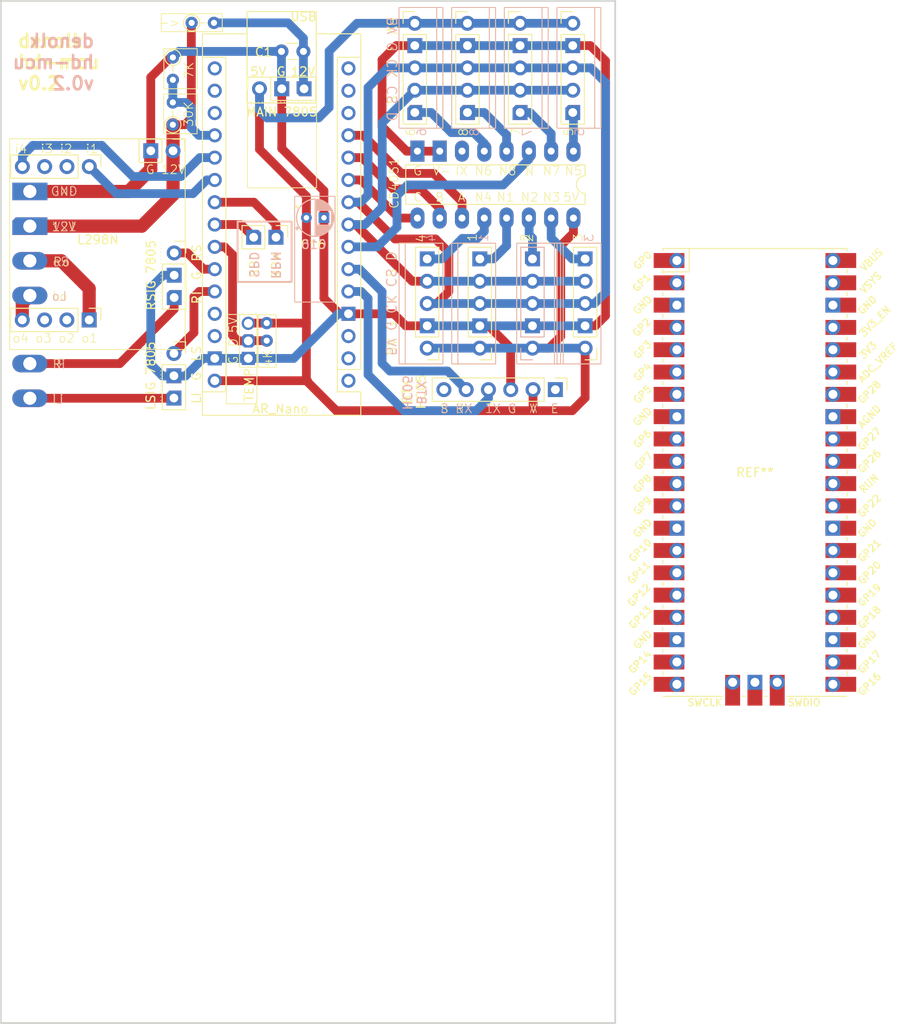
<source format=kicad_pcb>
(kicad_pcb (version 20221018) (generator pcbnew)
  (title_block (title "hd-mcu") (company "denolk"))
  (layers (0 "F.Cu" signal) (31 "B.Cu" signal) (34 "B.Paste" user) (35 "F.Paste" user) (36 "B.SilkS" user "B.Silkscreen") (37 "F.SilkS" user "F.Silkscreen") (38 "B.Mask" user) (39 "F.Mask" user) (44 "Edge.Cuts" user))
  (net 0 "")
  (net 1 "GND")
  (net 2 "12V")
  (net 3 "SIG_L_IN")
  (net 4 "SIG_L_OUT")
  (net 5 "SIG_R_IN")
  (net 6 "SIG_R_OUT")
  (net 7 "5V")
  (net 8 "D_SIG_L_IN")
  (net 9 "D_SIG_R_IN")
  (net 10 "D_SIG_R_OUT")
  (net 11 "D_SIG_L_OUT")
  (net 12 "D_MUX_A")
  (net 13 "D_MUX_B")
  (net 14 "D_MUX_C")
  (net 15 "MUX_S8")
  (net 16 "MUX_S1")
  (net 17 "MUX_S2")
  (net 18 "MUX_S3")
  (net 19 "MUX_S4")
  (net 20 "MUX_S5")
  (net 21 "MUX_S7")
  (net 22 "MUX_S6")
  (net 23 "D_BT_RX")
  (net 24 "D_BT_TX")
  (net 25 "D1")
  (net 26 "D10")
  (net 27 "D11")
  (net 28 "D_TEMP")
  (net 29 "D_VOLT")
  (net 30 "D0")
  (net 31 "D_SCK")
  (net 32 "D_CS")
  (net 33 "D_SO")
  (net 34 "D_RPM")
  (net 35 "D12")
  (net 36 "D13")
  (net 37 "D_SPD")
  (footprint "denolk:RPi_Pico_SMD_TH" (layer "F.Cu") (at 110.55 89.34)
    (fp_text reference "REF**")
    (fp_text value "RPi_Pico_SMD_TH")
  )
  (footprint "Connector_PinHeader_2.54mm:Socker_PinHeader_1x05_P2.54mm_Dualside" (layer "F.Cu") (at 71.7925 38.1975)
    (fp_text reference "6")
    (fp_text value "N6" hide)
  )
  (footprint "Connector_PinSocket_2.54mm:PinSocket_1x03_P2.54mm_Vertical" (layer "F.Cu") (at 54.095 45.655 90)
    (fp_text reference "MAIN 7805")
    (fp_text value "PinSocket_1x03_P2.54mm_Vertical" hide)
  )
  (footprint "Resistor_THT:R_Axial_DIN0204_L3.6mm_D1.6mm_P2.54mm_Vertical" (layer "F.Cu") (at 44.22 49.75 90)
    (fp_text reference "30K")
    (fp_text value "R_Axial_DIN0204_L3.6mm_D1.6mm_P2.54mm_Vertical" hide)
  )
  (footprint "Connector_PinHeader_2.54mm:Socker_PinHeader_1x05_P2.54mm_Dualside" (layer "F.Cu") (at 79.2025 75.1875 180)
    (fp_text reference "1")
    (fp_text value "N1" hide)
  )
  (footprint "Connector_PinHeader_2.54mm:Socker_PinHeader_1x05_P2.54mm_Dualside" (layer "F.Cu") (at 83.7925 38.1975)
    (fp_text reference "7")
    (fp_text value "N7" hide)
  )
  (footprint "Connector_PinSocket_2.54mm:PinSocket_1x03_P2.54mm_Vertical" (layer "F.Cu") (at 44.375 64.345)
    (fp_text reference "RSIG 7805")
    (fp_text value "PinSocket_1x03_P2.54mm_Vertical" hide)
  )
  (footprint "Connector_PinSocket_2.54mm:PinSocket_1x03_P2.54mm_Vertical" (layer "F.Cu") (at 44.345 75.795)
    (fp_text reference "LSIG 7805")
    (fp_text value "PinSocket_1x03_P2.54mm_Vertical" hide)
  )
  (footprint "denolk:TSI Dallas Temp" (layer "F.Cu") (at 53.82 71.36 90)
    (fp_text reference "REF**" hide)
    (fp_text value "TEMP")
  )
  (footprint "" (layer "F.Cu") (at 27.9275 69.195 90)
    (fp_text reference "")
    (fp_text value "")
  )
  (footprint "Connector_PinHeader_2.54mm:Socker_PinHeader_1x05_P2.54mm_Dualside" (layer "F.Cu") (at 77.7925 38.1975)
    (fp_text reference "8")
    (fp_text value "N8" hide)
  )
  (footprint "" (layer "F.Cu") (at 27.9275 61.295)
    (fp_text reference "")
    (fp_text value "")
  )
  (footprint "" (layer "F.Cu") (at 27.9275 76.945 180)
    (fp_text reference "")
    (fp_text value "")
  )
  (footprint "" (layer "F.Cu") (at 27.9275 80.895 180)
    (fp_text reference "")
    (fp_text value "")
  )
  (footprint "" (layer "F.Cu") (at 27.9275 57.345)
    (fp_text reference "")
    (fp_text value "")
  )
  (footprint "Resistor_THT:R_Axial_DIN0204_L3.6mm_D1.6mm_P2.54mm_Vertical" (layer "F.Cu") (at 54.92 74.335 90)
    (fp_text reference "4K")
    (fp_text value "R_Axial_DIN0204_L3.6mm_D1.6mm_P2.54mm_Vertical" hide)
  )
  (footprint "Connector_PinHeader_2.54mm:Socker_PinHeader_1x05_P2.54mm_Dualside" (layer "F.Cu") (at 91.2025 75.1875 180)
    (fp_text reference "3")
    (fp_text value "N4" hide)
  )
  (footprint "Capacitor_THT:CP_Radial_D4.0mm_P2.00mm" (layer "F.Cu") (at 59.439604 60.34)
    (fp_text reference "REF**" hide)
    (fp_text value "C16")
  )
  (footprint "Resistor_THT:R_Axial_DIN0204_L3.6mm_D1.6mm_P2.54mm_Vertical" (layer "F.Cu") (at 44.225 42.0925 -90)
    (fp_text reference "7K")
    (fp_text value "R_Axial_DIN0204_L3.6mm_D1.6mm_P2.54mm_Vertical" hide)
  )
  (footprint "Connector_PinHeader_2.54mm:PinHeader_1x02_P2.54mm_Vertical" (layer "F.Cu") (at 55.975 62.56 -90)
    (fp_text reference "REF**" hide)
    (fp_text value "PinHeader_1x02_P2.54mm_Vertical" hide)
  )
  (footprint "denolk:L298N Motor driver board" (layer "F.Cu") (at 35.6775 61.845)
    (fp_text reference "REF**" hide)
    (fp_text value "L298N")
  )
  (footprint "clipboard:025a530c-414d-4610-914f-198754de7740" (layer "F.Cu") (at 73.7775 81.2425)
    (fp_text reference "")
    (fp_text value "")
  )
  (footprint "Connector_PinHeader_2.54mm:Socker_PinHeader_1x05_P2.54mm_Dualside" (layer "F.Cu") (at 89.7925 38.1975)
    (fp_text reference "5")
    (fp_text value "N4" hide)
  )
  (footprint "Package_DIP:DIP-16_W7.62mm_LongPads" (layer "F.Cu") (at 89.87 52.8075 -90)
    (fp_text reference "CD4051")
    (fp_text value "CD4051" hide)
  )
  (footprint "Module:Arduino_Nano" (layer "F.Cu") (at 64.2375 78.895 180)
    (fp_text reference "REF**" hide)
    (fp_text value "AR_Nano")
  )
  (footprint "Resistor_THT:R_Axial_DIN0204_L3.6mm_D1.6mm_P2.54mm_Vertical" (layer "F.Cu") (at 46.365 38.1475)
    (fp_text reference "->")
    (fp_text value "R_Axial_DIN0204_L3.6mm_D1.6mm_P2.54mm_Vertical" hide)
  )
  (footprint "" (layer "F.Cu") (at 27.9275 65.245 180)
    (fp_text reference "")
    (fp_text value "")
  )
  (footprint "Capacitor_THT:C_Disc_D3.0mm_W1.6mm_P2.50mm" (layer "F.Cu") (at 56.6 41.4)
    (fp_text reference "REF**" hide)
    (fp_text value "C1")
  )
  (footprint "Connector_PinHeader_2.54mm:Socker_PinHeader_1x05_P2.54mm_Dualside" (layer "F.Cu") (at 73.2025 75.1875 180)
    (fp_text reference "4")
    (fp_text value "N4" hide)
  )
  (footprint "Capacitor_THT:CP_Radial_D4.0mm_P2.00mm" (layer "B.Cu") (at 59.439604 60.34)
    (fp_text reference "REF**" hide)
    (fp_text value "C16")
  )
  (footprint "Connector_PinHeader_2.54mm:Socker_PinHeader_1x05_P2.54mm_Dualside" (layer "B.Cu") (at 85.2025 75.1875)
    (fp_text reference "2")
    (fp_text value "N4" hide)
  )
  (gr_rect (start 51.59 60.78) (end 57.75 67.6454) (stroke (width 0.2)) (fill none) (layer "B.SilkS"))
  (gr_rect (start 58.099604 57.9) (end 62.699604 69.94) (stroke (width 0.1)) (fill none) (layer "B.SilkS"))
  (gr_rect (start 42.91 37.11) (end 49.85 39.15) (stroke (width 0.1)) (fill none) (layer "F.SilkS"))
  (gr_rect (start 50.3225 71.355) (end 53.8025 81.525) (stroke (width 0.1)) (fill none) (layer "F.SilkS"))
  (gr_rect (start 53.9425 71.3796) (end 55.9925 77.365) (stroke (width 0.1)) (fill none) (layer "F.SilkS"))
  (gr_rect (start 43.18 46.25) (end 46.99 50.77) (stroke (width 0.1)) (fill none) (layer "F.SilkS"))
  (gr_rect (start 43.2 41.09) (end 47 45.65) (stroke (width 0.1)) (fill none) (layer "F.SilkS"))
  (gr_rect (start 51.62 60.76) (end 57.78 67.64) (stroke (width 0.2)) (fill none) (layer "F.SilkS"))
  (gr_rect (start 52.72 44.32) (end 60.59 56.93) (stroke (width 0.1)) (fill none) (layer "F.SilkS"))
  (gr_rect (start 58.099604 57.9) (end 62.699604 69.94) (stroke (width 0.1)) (fill none) (layer "F.SilkS"))
  (gr_rect (start 24.6275 35.645) (end 94.6275 152.035) (stroke (width 0.2)) (fill none) (layer "Edge.Cuts"))
  (gr_text "12V" (at 30.46 61.36) (layer "B.SilkS") (effects (font (size 1 1) (thickness 0.1)) (justify right mirror)))
  (gr_text "5V G CK CS D" (at 68.42 76.14 -90) (layer "B.SilkS") (effects (font (size 1.1 1.1) (thickness 0.12)) (justify left bottom mirror)))
  (gr_text "SPD" (at 53.46 65.68 -90) (layer "B.SilkS") (effects (font (size 1 1)) (justify mirror)))
  (gr_text "Li" (at 31.81 81) (layer "B.SilkS") (effects (font (size 1 1) (thickness 0.1)) (justify left mirror)))
  (gr_text "Ri" (at 32.04 77) (layer "B.SilkS") (effects (font (size 1 1) (thickness 0.1)) (justify left mirror)))
  (gr_text "denolk\nhd-mcu\nv0.2" (at 35.42 45.92) (layer "B.SilkS") (effects (font (size 1.5 1.5) (thickness 0.3) bold) (justify left bottom mirror)))
  (gr_text "Ro" (at 30.45 65.35) (layer "B.SilkS") (effects (font (size 1 1) (thickness 0.1)) (justify right mirror)))
  (gr_text "GND" (at 30.26 57.33) (layer "B.SilkS") (effects (font (size 1 1) (thickness 0.1)) (justify right mirror)))
  (gr_text "S RX  TX G  V  E" (at 74.63 81.98 180) (layer "B.SilkS") (effects (font (size 1 1) (thickness 0.1)) (justify left mirror)))
  (gr_text "BTX\nHC05" (at 70.33 80.26 -90) (layer "B.SilkS") (effects (font (size 1 1)) (justify bottom mirror)))
  (gr_text "RPM" (at 55.92 65.72 -90) (layer "B.SilkS") (effects (font (size 1 1)) (justify mirror)))
  (gr_text "Lo" (at 30.37 69.28) (layer "B.SilkS") (effects (font (size 1 1) (thickness 0.1)) (justify right mirror)))
  (gr_text "5V G CK CS D" (at 69.89 37.39 90) (layer "B.SilkS") (effects (font (size 1.1 1.1) (thickness 0.12)) (justify left bottom mirror)))
  (gr_text "Ri" (at 30.4525 77.0025) (layer "F.SilkS") (effects (font (size 1 1) (thickness 0.1)) (justify left)))
  (gr_text "GND" (at 33.4225 57.3325) (layer "F.SilkS") (effects (font (size 1 1) (thickness 0.1)) (justify right)))
  (gr_text "8" (at 77.3425 50.5975 90) (layer "F.SilkS") (effects (font (size 1 1) (thickness 0.1))))
  (gr_text "1" (at 78.3425 62.5975 90) (layer "F.SilkS") (effects (font (size 1 1) (thickness 0.1))))
  (gr_text "Li" (at 30.4225 81.0025) (layer "F.SilkS") (effects (font (size 1 1) (thickness 0.1)) (justify left)))
  (gr_text "Ro" (at 32.5525 65.3725) (layer "F.SilkS") (effects (font (size 1 1) (thickness 0.1)) (justify right)))
  (gr_text "2" (at 84.3825 62.6175 90) (layer "F.SilkS") (effects (font (size 1 1) (thickness 0.1))))
  (gr_text "12V" (at 33.2525 61.3625) (layer "F.SilkS") (effects (font (size 1 1) (thickness 0.1)) (justify right)))
  (gr_text "BTX\nHC05" (at 73.09 80.16 90) (layer "F.SilkS") (effects (font (size 1 1)) (justify bottom)))
  (gr_text "Lo" (at 32.2725 69.2825) (layer "F.SilkS") (effects (font (size 1 1) (thickness 0.1)) (justify right)))
  (gr_text "6" (at 71.3425 50.5975 90) (layer "F.SilkS") (effects (font (size 1 1) (thickness 0.1))))
  (gr_text "denolk\nhd-mcu\nv0.2" (at 26.42 45.92) (layer "F.SilkS") (effects (font (size 1.5 1.5) (thickness 0.3) bold) (justify left bottom)))
  (gr_text "5" (at 89.3425 50.5975 90) (layer "F.SilkS") (effects (font (size 1 1) (thickness 0.1))))
  (gr_text "5V G CK CS D" (at 69.82 76.11 90) (layer "F.SilkS") (effects (font (size 1.1 1.1) (thickness 0.12)) (justify left bottom)))
  (gr_text "3" (at 90.4025 62.5975 90) (layer "F.SilkS") (effects (font (size 1 1) (thickness 0.1))))
  (gr_text "7" (at 83.3425 50.5975 90) (layer "F.SilkS") (effects (font (size 1 1) (thickness 0.1))))
  (gr_text "4" (at 72.5225 62.6975 90) (layer "F.SilkS") (effects (font (size 1 1) (thickness 0.1))))
  (gr_text "5V G CK CS D" (at 68.49 37.39 -90) (layer "F.SilkS") (effects (font (size 1.1 1.1) (thickness 0.12)) (justify left bottom)))
  (segment (start 70.7675 72.6475) (end 69.395 71.275) (width 1) (layer "F.Cu") (net 1))
  (segment (start 27.9275 57.345) (end 39.1775 57.345) (width 1.5) (layer "F.Cu") (net 1))
  (segment (start 68.0625 49.9575) (end 68.0625 42.3575) (width 1) (layer "F.Cu") (net 1))
  (segment (start 82.715 75.16) (end 80.2025 72.6475) (width 1) (layer "F.Cu") (net 1))
  (segment (start 61.439604 69.509604) (end 63.205 71.275) (width 1) (layer "F.Cu") (net 1))
  (segment (start 69.6825 40.7375) (end 71.7925 40.7375) (width 1) (layer "F.Cu") (net 1))
  (segment (start 92.3725 72.6475) (end 93.525 71.495) (width 1) (layer "F.Cu") (net 1))
  (segment (start 72.09 52.7575) (end 70.8625 52.7575) (width 1) (layer "F.Cu") (net 1))
  (segment (start 61.439604 57.259604) (end 61.439604 60.34) (width 1) (layer "F.Cu") (net 1))
  (segment (start 41.7075 44.3425) (end 43.9575 42.0925) (width 1) (layer "F.Cu") (net 1))
  (segment (start 41.7075 52.715) (end 41.7075 44.3425) (width 1) (layer "F.Cu") (net 1))
  (segment (start 91.7925 40.7375) (end 89.7925 40.7375) (width 1) (layer "F.Cu") (net 1))
  (segment (start 74.63 52.7575) (end 72.09 52.7575) (width 1) (layer "F.Cu") (net 1))
  (segment (start 91.2025 72.6475) (end 92.3725 72.6475) (width 1) (layer "F.Cu") (net 1))
  (segment (start 70.8625 52.7575) (end 68.0625 49.9575) (width 1) (layer "F.Cu") (net 1))
  (segment (start 93.525 71.495) (end 93.525 42.47) (width 1) (layer "F.Cu") (net 1))
  (segment (start 68.0625 42.3575) (end 69.6825 40.7375) (width 1) (layer "F.Cu") (net 1))
  (segment (start 63.205 71.275) (end 64.2375 71.275) (width 1) (layer "F.Cu") (net 1))
  (segment (start 61.439604 60.34) (end 61.439604 69.509604) (width 1) (layer "F.Cu") (net 1))
  (segment (start 80.2025 72.6475) (end 79.2025 72.6475) (width 1) (layer "F.Cu") (net 1))
  (segment (start 82.7275 79.9125) (end 82.715 79.9) (width 1) (layer "F.Cu") (net 1))
  (segment (start 56.635 45.655) (end 56.635 52.455) (width 1) (layer "F.Cu") (net 1))
  (segment (start 39.1775 57.345) (end 41.7075 54.815) (width 1.5) (layer "F.Cu") (net 1))
  (segment (start 56.635 52.455) (end 61.439604 57.259604) (width 1) (layer "F.Cu") (net 1))
  (segment (start 43.9575 42.0925) (end 44.225 42.0925) (width 1) (layer "F.Cu") (net 1))
  (segment (start 93.525 42.47) (end 91.7925 40.7375) (width 1) (layer "F.Cu") (net 1))
  (segment (start 73.2025 72.6475) (end 70.7675 72.6475) (width 1) (layer "F.Cu") (net 1))
  (segment (start 82.715 79.9) (end 82.715 75.16) (width 1) (layer "F.Cu") (net 1))
  (segment (start 69.395 71.275) (end 64.2375 71.275) (width 1) (layer "F.Cu") (net 1))
  (segment (start 41.7075 54.815) (end 41.7075 52.715) (width 1.5) (layer "F.Cu") (net 1))
  (segment (start 44.9375 41.4) (end 56.6 41.4) (width 1) (layer "B.Cu") (net 1))
  (segment (start 44.375 66.885) (end 43.125 66.885) (width 1) (layer "B.Cu") (net 1))
  (segment (start 43.0425 78.36) (end 45.6625 78.36) (width 1) (layer "B.Cu") (net 1))
  (segment (start 57.99 76.36) (end 63.075 71.275) (width 1) (layer "B.Cu") (net 1))
  (segment (start 63.075 71.275) (end 64.2375 71.275) (width 1) (layer "B.Cu") (net 1))
  (segment (start 41.7075 77.025) (end 43.0425 78.36) (width 1) (layer "B.Cu") (net 1))
  (segment (start 41.7075 68.3025) (end 41.7075 77.025) (width 1) (layer "B.Cu") (net 1))
  (segment (start 45.6625 78.36) (end 47.6675 76.355) (width 1) (layer "B.Cu") (net 1))
  (segment (start 52.82 76.36) (end 57.99 76.36) (width 1) (layer "B.Cu") (net 1))
  (segment (start 47.6675 76.355) (end 48.9975 76.355) (width 1) (layer "B.Cu") (net 1))
  (segment (start 73.2025 72.6475) (end 91.2025 72.6475) (width 1) (layer "B.Cu") (net 1))
  (segment (start 43.125 66.885) (end 41.7075 68.3025) (width 1) (layer "B.Cu") (net 1))
  (segment (start 44.9275 41.39) (end 44.9375 41.4) (width 1) (layer "B.Cu") (net 1))
  (segment (start 52.815 76.355) (end 52.82 76.36) (width 1) (layer "B.Cu") (net 1))
  (segment (start 48.9975 76.355) (end 52.815 76.355) (width 1) (layer "B.Cu") (net 1))
  (segment (start 56.6 41.4) (end 56.6 45.62) (width 1) (layer "B.Cu") (net 1))
  (segment (start 44.9275 41.39) (end 44.225 42.0925) (width 1) (layer "B.Cu") (net 1))
  (segment (start 89.7925 40.7375) (end 71.7925 40.7375) (width 1) (layer "B.Cu") (net 1))
  (segment (start 56.6 45.62) (end 56.635 45.655) (width 1) (layer "B.Cu") (net 1))
  (segment (start 44.2475 57.7325) (end 44.2475 52.715) (width 1.5) (layer "F.Cu") (net 2))
  (segment (start 44.22 49.75) (end 45.58 49.75) (width 1) (layer "F.Cu") (net 2))
  (segment (start 59.19 45.64) (end 59.175 45.655) (width 1) (layer "F.Cu") (net 2))
  (segment (start 44.2475 52.715) (end 44.2475 49.7775) (width 1.5) (layer "F.Cu") (net 2))
  (segment (start 46.33 38.1825) (end 46.365 38.1475) (width 1) (layer "F.Cu") (net 2))
  (segment (start 59.1 45.58) (end 59.175 45.655) (width 1) (layer "F.Cu") (net 2))
  (segment (start 27.9275 61.295) (end 40.685 61.295) (width 1.5) (layer "F.Cu") (net 2))
  (segment (start 44.2475 49.7775) (end 44.22 49.75) (width 1.5) (layer "F.Cu") (net 2))
  (segment (start 46.33 49) (end 46.33 38.1825) (width 1) (layer "F.Cu") (net 2))
  (segment (start 40.685 61.295) (end 44.2475 57.7325) (width 1.5) (layer "F.Cu") (net 2))
  (segment (start 45.58 49.75) (end 46.33 49) (width 1) (layer "F.Cu") (net 2))
  (segment (start 48.905 38.1475) (end 57.3475 38.1475) (width 1) (layer "B.Cu") (net 2))
  (segment (start 59.1 45.58) (end 59.175 45.655) (width 1) (layer "B.Cu") (net 2))
  (segment (start 59.1 39.9) (end 59.1 41.4) (width 1) (layer "B.Cu") (net 2))
  (segment (start 59.1 41.4) (end 59.1 45.58) (width 1) (layer "B.Cu") (net 2))
  (segment (start 57.3475 38.1475) (end 59.1 39.9) (width 1) (layer "B.Cu") (net 2))
  (segment (start 44.2225 80.895) (end 44.2275 80.9) (width 1) (layer "F.Cu") (net 3))
  (segment (start 27.9275 80.895) (end 44.2225 80.895) (width 1) (layer "F.Cu") (net 3))
  (segment (start 27.0675 70.055) (end 27.9275 69.195) (width 1.5) (layer "F.Cu") (net 4))
  (segment (start 27.0675 71.975) (end 27.0675 70.055) (width 1.5) (layer "F.Cu") (net 4))
  (segment (start 44.375 70.745) (end 44.375 69.425) (width 1) (layer "F.Cu") (net 5))
  (segment (start 38.175 76.945) (end 44.375 70.745) (width 1) (layer "F.Cu") (net 5))
  (segment (start 27.9275 76.945) (end 38.175 76.945) (width 1) (layer "F.Cu") (net 5))
  (segment (start 34.6875 71.975) (end 34.6875 68.405) (width 1.5) (layer "F.Cu") (net 6))
  (segment (start 34.6875 68.405) (end 31.5275 65.245) (width 1.5) (layer "F.Cu") (net 6))
  (segment (start 31.5275 65.245) (end 27.9275 65.245) (width 1.5) (layer "F.Cu") (net 6))
  (segment (start 59.439604 60.34) (end 59.439604 57.889604) (width 1) (layer "F.Cu") (net 7))
  (segment (start 91.2025 80.8475) (end 89.7425 82.3075) (width 1) (layer "F.Cu") (net 7))
  (segment (start 59.439604 72.37) (end 59.439604 78.774604) (width 1) (layer "F.Cu") (net 7))
  (segment (start 54.92 72.335) (end 52.845 72.335) (width 1) (layer "F.Cu") (net 7))
  (segment (start 89.87 62.075) (end 89.87 60.3775) (width 1) (layer "F.Cu") (net 7))
  (segment (start 59.439604 57.889604) (end 54.095 52.545) (width 1) (layer "F.Cu") (net 7))
  (segment (start 88.42 73.855) (end 88.42 63.525) (width 1) (layer "F.Cu") (net 7))
  (segment (start 59.404604 72.335) (end 59.439604 72.37) (width 1) (layer "F.Cu") (net 7))
  (segment (start 62.8475 82.3075) (end 59.56 79.02) (width 1) (layer "F.Cu") (net 7))
  (segment (start 52.845 72.335) (end 52.82 72.36) (width 1) (layer "F.Cu") (net 7))
  (segment (start 59.439604 60.34) (end 59.439604 72.37) (width 1) (layer "F.Cu") (net 7))
  (segment (start 89.87 60.3775) (end 89.905 60.4125) (width 1) (layer "F.Cu") (net 7))
  (segment (start 85.255 75.24) (end 85.2025 75.1875) (width 1) (layer "F.Cu") (net 7))
  (segment (start 59.439604 78.774604) (end 59.56 78.895) (width 1) (layer "F.Cu") (net 7))
  (segment (start 85.2025 75.1875) (end 87.0875 75.1875) (width 1) (layer "F.Cu") (net 7))
  (segment (start 54.095 52.545) (end 54.095 45.655) (width 1) (layer "F.Cu") (net 7))
  (segment (start 85.3275 82.3075) (end 62.8475 82.3075) (width 1) (layer "F.Cu") (net 7))
  (segment (start 89.7425 82.3075) (end 85.3275 82.3075) (width 1) (layer "F.Cu") (net 7))
  (segment (start 91.2025 75.1875) (end 91.2025 80.8475) (width 1) (layer "F.Cu") (net 7))
  (segment (start 85.2675 79.9125) (end 85.255 79.9) (width 1) (layer "F.Cu") (net 7))
  (segment (start 54.92 72.335) (end 59.404604 72.335) (width 1) (layer "F.Cu") (net 7))
  (segment (start 87.0875 75.1875) (end 88.42 73.855) (width 1) (layer "F.Cu") (net 7))
  (segment (start 85.2675 79.9125) (end 85.2675 82.2475) (width 1) (layer "F.Cu") (net 7))
  (segment (start 88.42 63.525) (end 89.87 62.075) (width 1) (layer "F.Cu") (net 7))
  (segment (start 59.56 78.895) (end 48.9975 78.895) (width 1) (layer "F.Cu") (net 7))
  (segment (start 89.7925 38.1975) (end 65.2025 38.1975) (width 1) (layer "B.Cu") (net 7))
  (segment (start 54.95 48.97) (end 54.095 48.115) (width 1) (layer "B.Cu") (net 7))
  (segment (start 54.095 48.115) (end 54.095 45.655) (width 1) (layer "B.Cu") (net 7))
  (segment (start 62.03 47.78) (end 60.84 48.97) (width 1) (layer "B.Cu") (net 7))
  (segment (start 65.2025 38.1975) (end 62.03 41.37) (width 1) (layer "B.Cu") (net 7))
  (segment (start 73.2025 75.1875) (end 91.2025 75.1875) (width 1) (layer "B.Cu") (net 7))
  (segment (start 62.03 41.37) (end 62.03 47.78) (width 1) (layer "B.Cu") (net 7))
  (segment (start 60.84 48.97) (end 54.95 48.97) (width 1) (layer "B.Cu") (net 7))
  (segment (start 47.2375 68.735) (end 48.9975 68.735) (width 1) (layer "F.Cu") (net 8))
  (segment (start 46.6275 69.345) (end 47.2375 68.735) (width 1) (layer "F.Cu") (net 8))
  (segment (start 46.6275 73.42) (end 46.6275 69.345) (width 1) (layer "F.Cu") (net 8))
  (segment (start 44.2275 75.82) (end 46.6275 73.42) (width 1) (layer "F.Cu") (net 8))
  (segment (start 47.735 66.195) (end 45.885 64.345) (width 1) (layer "F.Cu") (net 9))
  (segment (start 48.9975 66.195) (end 47.735 66.195) (width 1) (layer "F.Cu") (net 9))
  (segment (start 48.9725 66.22) (end 48.9975 66.195) (width 1) (layer "F.Cu") (net 9))
  (segment (start 45.885 64.345) (end 44.375 64.345) (width 1) (layer "F.Cu") (net 9))
  (segment (start 46.52 57.59) (end 48.075 56.035) (width 1) (layer "B.Cu") (net 10))
  (segment (start 34.6975 54.515) (end 37.7725 57.59) (width 1) (layer "B.Cu") (net 10))
  (segment (start 48.075 56.035) (end 48.9975 56.035) (width 1) (layer "B.Cu") (net 10))
  (segment (start 37.7725 57.59) (end 46.52 57.59) (width 1) (layer "B.Cu") (net 10))
  (segment (start 27.0775 53.2925) (end 27.0775 54.515) (width 1) (layer "B.Cu") (net 11))
  (segment (start 28.27 52.1) (end 27.0775 53.2925) (width 1) (layer "B.Cu") (net 11))
  (segment (start 47.295 53.495) (end 45.15 55.64) (width 1) (layer "B.Cu") (net 11))
  (segment (start 45.15 55.64) (end 39.66 55.64) (width 1) (layer "B.Cu") (net 11))
  (segment (start 39.66 55.64) (end 36.12 52.1) (width 1) (layer "B.Cu") (net 11))
  (segment (start 36.12 52.1) (end 28.27 52.1) (width 1) (layer "B.Cu") (net 11))
  (segment (start 48.9975 53.495) (end 47.295 53.495) (width 1) (layer "B.Cu") (net 11))
  (segment (start 65.9125 50.955) (end 64.2375 50.955) (width 1) (layer "F.Cu") (net 12))
  (segment (start 77.17 58.5075) (end 73.9525 55.29) (width 1) (layer "F.Cu") (net 12))
  (segment (start 77.17 60.3775) (end 77.17 58.5075) (width 1) (layer "F.Cu") (net 12))
  (segment (start 70.2475 55.29) (end 65.9125 50.955) (width 1) (layer "F.Cu") (net 12))
  (segment (start 73.9525 55.29) (end 70.2475 55.29) (width 1) (layer "F.Cu") (net 12))
  (segment (start 65.775 53.495) (end 64.2375 53.495) (width 1) (layer "F.Cu") (net 13))
  (segment (start 74.63 59.2675) (end 72.4225 57.06) (width 1) (layer "F.Cu") (net 13))
  (segment (start 69.34 57.06) (end 65.775 53.495) (width 1) (layer "F.Cu") (net 13))
  (segment (start 72.4225 57.06) (end 69.34 57.06) (width 1) (layer "F.Cu") (net 13))
  (segment (start 74.63 60.3775) (end 74.63 59.2675) (width 1) (layer "F.Cu") (net 13))
  (segment (start 72.09 60.3775) (end 69.9875 60.3775) (width 1) (layer "F.Cu") (net 14))
  (segment (start 69.9875 60.3775) (end 65.645 56.035) (width 1) (layer "F.Cu") (net 14))
  (segment (start 65.645 56.035) (end 64.2375 56.035) (width 1) (layer "F.Cu") (net 14))
  (segment (start 82.25 50.905) (end 79.7025 48.3575) (width 1) (layer "B.Cu") (net 15))
  (segment (start 82.25 52.7575) (end 82.25 50.905) (width 1) (layer "B.Cu") (net 15))
  (segment (start 79.7025 48.3575) (end 77.7925 48.3575) (width 1) (layer "B.Cu") (net 15))
  (segment (start 82.25 63.535) (end 82.25 60.3775) (width 1) (layer "B.Cu") (net 16))
  (segment (start 79.2025 65.0275) (end 80.7575 65.0275) (width 1) (layer "B.Cu") (net 16))
  (segment (start 80.7575 65.0275) (end 82.25 63.535) (width 1) (layer "B.Cu") (net 16))
  (segment (start 84.82 62.275) (end 84.82 60.4075) (width 1) (layer "B.Cu") (net 17))
  (segment (start 84.82 60.4075) (end 84.79 60.3775) (width 1) (layer "B.Cu") (net 17))
  (segment (start 85.2025 62.6575) (end 84.82 62.275) (width 1) (layer "B.Cu") (net 17))
  (segment (start 85.2025 65.0275) (end 85.2025 62.6575) (width 1) (layer "B.Cu") (net 17))
  (segment (start 89.7225 65.0275) (end 87.33 62.635) (width 1) (layer "B.Cu") (net 18))
  (segment (start 87.33 62.635) (end 87.33 60.3775) (width 1) (layer "B.Cu") (net 18))
  (segment (start 91.2025 65.0275) (end 89.7225 65.0275) (width 1) (layer "B.Cu") (net 18))
  (segment (start 79.71 61.885) (end 79.71 60.3775) (width 1) (layer "B.Cu") (net 19))
  (segment (start 79.71 60.3775) (end 79.67 60.4175) (width 1) (layer "B.Cu") (net 19))
  (segment (start 73.2025 65.0275) (end 74.8675 65.0275) (width 1) (layer "B.Cu") (net 19))
  (segment (start 78.9 62.695) (end 79.71 61.885) (width 1) (layer "B.Cu") (net 19))
  (segment (start 74.8675 65.0275) (end 77.2 62.695) (width 1) (layer "B.Cu") (net 19))
  (segment (start 77.2 62.695) (end 78.9 62.695) (width 1) (layer "B.Cu") (net 19))
  (segment (start 89.87 52.7575) (end 89.87 48.435) (width 1) (layer "B.Cu") (net 20))
  (segment (start 89.87 48.435) (end 89.7925 48.3575) (width 1) (layer "B.Cu") (net 20))
  (segment (start 87.33 52.7575) (end 87.33 50.765) (width 1) (layer "B.Cu") (net 21))
  (segment (start 87.33 50.765) (end 84.9225 48.3575) (width 1) (layer "B.Cu") (net 21))
  (segment (start 84.9225 48.3575) (end 83.7925 48.3575) (width 1) (layer "B.Cu") (net 21))
  (segment (start 75.95 50.645) (end 78.49 50.645) (width 1) (layer "B.Cu") (net 22))
  (segment (start 71.7925 48.3575) (end 73.6625 48.3575) (width 1) (layer "B.Cu") (net 22))
  (segment (start 78.49 50.645) (end 79.71 51.865) (width 1) (layer "B.Cu") (net 22))
  (segment (start 79.71 51.865) (end 79.71 52.7575) (width 1) (layer "B.Cu") (net 22))
  (segment (start 73.6625 48.3575) (end 75.95 50.645) (width 1) (layer "B.Cu") (net 22))
  (segment (start 80.1875 80.9025) (end 80.1875 79.9125) (width 1) (layer "B.Cu") (net 23))
  (segment (start 66.465 69.525) (end 66.465 78.2075) (width 1) (layer "B.Cu") (net 23))
  (segment (start 66.465 78.2075) (end 70.57 82.3125) (width 1) (layer "B.Cu") (net 23))
  (segment (start 70.57 82.3125) (end 78.7775 82.3125) (width 1) (layer "B.Cu") (net 23))
  (segment (start 65.675 68.735) (end 66.465 69.525) (width 1) (layer "B.Cu") (net 23))
  (segment (start 78.7775 82.3125) (end 80.1875 80.9025) (width 1) (layer "B.Cu") (net 23))
  (segment (start 64.2375 68.735) (end 65.675 68.735) (width 1) (layer "B.Cu") (net 23))
  (segment (start 65.495 66.195) (end 68.065 68.765) (width 1) (layer "B.Cu") (net 24))
  (segment (start 68.95 77.7925) (end 75.5275 77.7925) (width 1) (layer "B.Cu") (net 24))
  (segment (start 68.065 68.765) (end 68.065 76.9075) (width 1) (layer "B.Cu") (net 24))
  (segment (start 68.065 76.9075) (end 68.95 77.7925) (width 1) (layer "B.Cu") (net 24))
  (segment (start 75.5275 77.7925) (end 77.6475 79.9125) (width 1) (layer "B.Cu") (net 24))
  (segment (start 64.2375 66.195) (end 65.495 66.195) (width 1) (layer "B.Cu") (net 24))
  (segment (start 48.9975 63.655) (end 50.13 63.655) (width 1) (layer "F.Cu") (net 28))
  (segment (start 51.0225 73.7425) (end 51.64 74.36) (width 1) (layer "F.Cu") (net 28))
  (segment (start 51.64 74.36) (end 52.82 74.36) (width 1) (layer "F.Cu") (net 28))
  (segment (start 51.0225 64.5475) (end 51.0225 73.7425) (width 1) (layer "F.Cu") (net 28))
  (segment (start 54.92 74.335) (end 52.845 74.335) (width 1) (layer "F.Cu") (net 28))
  (segment (start 52.845 74.335) (end 52.82 74.36) (width 1) (layer "F.Cu") (net 28))
  (segment (start 50.13 63.655) (end 51.0225 64.5475) (width 1) (layer "F.Cu") (net 28))
  (segment (start 44.225 47.205) (end 44.22 47.21) (width 1) (layer "B.Cu") (net 29))
  (segment (start 46.31 50.08) (end 47.185 50.955) (width 1) (layer "B.Cu") (net 29))
  (segment (start 46.31 47.8) (end 46.31 50.08) (width 1) (layer "B.Cu") (net 29))
  (segment (start 44.225 44.6325) (end 44.225 47.205) (width 1) (layer "B.Cu") (net 29))
  (segment (start 47.185 50.955) (end 48.9975 50.955) (width 1) (layer "B.Cu") (net 29))
  (segment (start 45.72 47.21) (end 46.31 47.8) (width 1) (layer "B.Cu") (net 29))
  (segment (start 44.22 47.21) (end 45.72 47.21) (width 1) (layer "B.Cu") (net 29))
  (segment (start 74.3075 70.1075) (end 73.2025 70.1075) (width 1) (layer "F.Cu") (net 31))
  (segment (start 74.15 62.755) (end 75.67 64.275) (width 1) (layer "F.Cu") (net 31))
  (segment (start 75.67 64.275) (end 75.67 68.745) (width 1) (layer "F.Cu") (net 31))
  (segment (start 69.525 62.755) (end 74.15 62.755) (width 1) (layer "F.Cu") (net 31))
  (segment (start 64.2375 58.575) (end 65.345 58.575) (width 1) (layer "F.Cu") (net 31))
  (segment (start 65.345 58.575) (end 69.525 62.755) (width 1) (layer "F.Cu") (net 31))
  (segment (start 75.67 68.745) (end 74.3075 70.1075) (width 1) (layer "F.Cu") (net 31))
  (segment (start 71.7925 43.2775) (end 89.7925 43.2775) (width 1) (layer "B.Cu") (net 31))
  (segment (start 66.465 57.745) (end 66.465 45.5075) (width 1) (layer "B.Cu") (net 31))
  (segment (start 91.2025 70.1075) (end 73.2025 70.1075) (width 1) (layer "B.Cu") (net 31))
  (segment (start 91.8625 43.2775) (end 93.525 44.94) (width 1) (layer "B.Cu") (net 31))
  (segment (start 64.2375 58.575) (end 65.635 58.575) (width 1) (layer "B.Cu") (net 31))
  (segment (start 89.7925 43.2775) (end 91.8625 43.2775) (width 1) (layer "B.Cu") (net 31))
  (segment (start 68.695 43.2775) (end 71.7925 43.2775) (width 1) (layer "B.Cu") (net 31))
  (segment (start 65.635 58.575) (end 66.465 57.745) (width 1) (layer "B.Cu") (net 31))
  (segment (start 93.525 44.94) (end 93.525 68.85) (width 1) (layer "B.Cu") (net 31))
  (segment (start 66.465 45.5075) (end 68.695 43.2775) (width 1) (layer "B.Cu") (net 31))
  (segment (start 92.2675 70.1075) (end 91.2025 70.1075) (width 1) (layer "B.Cu") (net 31))
  (segment (start 93.525 68.85) (end 92.2675 70.1075) (width 1) (layer "B.Cu") (net 31))
  (segment (start 65.045 61.115) (end 71.4975 67.5675) (width 1) (layer "F.Cu") (net 32))
  (segment (start 71.4975 67.5675) (end 73.2025 67.5675) (width 1) (layer "F.Cu") (net 32))
  (segment (start 64.2375 61.115) (end 65.045 61.115) (width 1) (layer "F.Cu") (net 32))
  (segment (start 66.115 61.115) (end 68.08 59.15) (width 1) (layer "B.Cu") (net 32))
  (segment (start 91.2025 67.5675) (end 73.2025 67.5675) (width 1) (layer "B.Cu") (net 32))
  (segment (start 68.08 59.15) (end 68.08 49.53) (width 1) (layer "B.Cu") (net 32))
  (segment (start 89.7925 45.8175) (end 71.7925 45.8175) (width 1) (layer "B.Cu") (net 32))
  (segment (start 68.08 49.53) (end 71.7925 45.8175) (width 1) (layer "B.Cu") (net 32))
  (segment (start 64.2375 61.115) (end 66.115 61.115) (width 1) (layer "B.Cu") (net 32))
  (segment (start 69.765 61.4075) (end 67.5175 63.655) (width 1) (layer "B.Cu") (net 33))
  (segment (start 70.965 56.6075) (end 69.765 57.8075) (width 1) (layer "B.Cu") (net 33))
  (segment (start 84.79 53.6875) (end 81.87 56.6075) (width 1) (layer "B.Cu") (net 33))
  (segment (start 84.79 52.7575) (end 84.79 53.6875) (width 1) (layer "B.Cu") (net 33))
  (segment (start 67.5175 63.655) (end 64.2375 63.655) (width 1) (layer "B.Cu") (net 33))
  (segment (start 69.765 57.8075) (end 69.765 61.4075) (width 1) (layer "B.Cu") (net 33))
  (segment (start 81.87 56.6075) (end 70.965 56.6075) (width 1) (layer "B.Cu") (net 33))
  (segment (start 55.975 61.085) (end 55.975 62.56) (width 1) (layer "F.Cu") (net 34))
  (segment (start 48.9975 58.575) (end 53.465 58.575) (width 1) (layer "F.Cu") (net 34))
  (segment (start 53.465 58.575) (end 55.975 61.085) (width 1) (layer "F.Cu") (net 34))
  (segment (start 48.9975 61.115) (end 51.99 61.115) (width 1) (layer "F.Cu") (net 37))
  (segment (start 51.99 61.115) (end 53.435 62.56) (width 1) (layer "F.Cu") (net 37))
)
</source>
